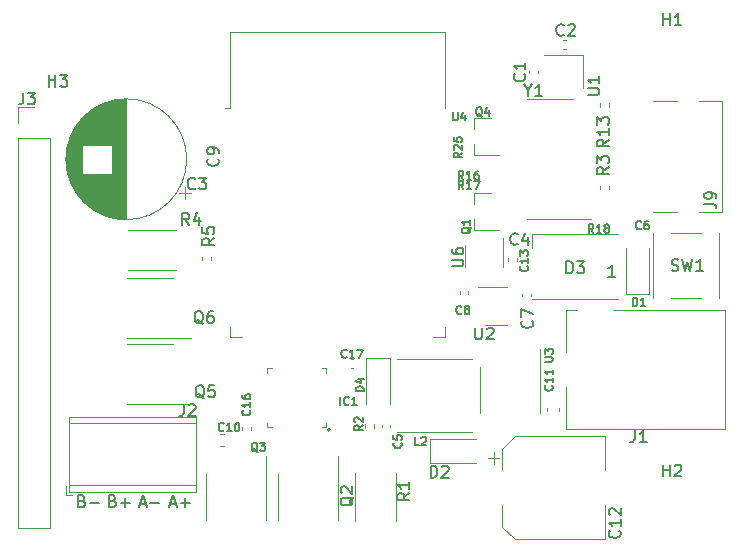
<source format=gto>
G04 #@! TF.GenerationSoftware,KiCad,Pcbnew,(5.1.9)-1*
G04 #@! TF.CreationDate,2021-10-31T11:32:37+00:00*
G04 #@! TF.ProjectId,stepper_driver,73746570-7065-4725-9f64-72697665722e,rev?*
G04 #@! TF.SameCoordinates,Original*
G04 #@! TF.FileFunction,Legend,Top*
G04 #@! TF.FilePolarity,Positive*
%FSLAX46Y46*%
G04 Gerber Fmt 4.6, Leading zero omitted, Abs format (unit mm)*
G04 Created by KiCad (PCBNEW (5.1.9)-1) date 2021-10-31 11:32:37*
%MOMM*%
%LPD*%
G01*
G04 APERTURE LIST*
%ADD10C,0.150000*%
%ADD11C,0.120000*%
%ADD12C,0.100000*%
%ADD13C,0.200000*%
G04 APERTURE END LIST*
D10*
X105852380Y-133328571D02*
X105995238Y-133376190D01*
X106042857Y-133423809D01*
X106090476Y-133519047D01*
X106090476Y-133661904D01*
X106042857Y-133757142D01*
X105995238Y-133804761D01*
X105900000Y-133852380D01*
X105519047Y-133852380D01*
X105519047Y-132852380D01*
X105852380Y-132852380D01*
X105947619Y-132900000D01*
X105995238Y-132947619D01*
X106042857Y-133042857D01*
X106042857Y-133138095D01*
X105995238Y-133233333D01*
X105947619Y-133280952D01*
X105852380Y-133328571D01*
X105519047Y-133328571D01*
X106519047Y-133471428D02*
X107280952Y-133471428D01*
X108452380Y-133328571D02*
X108595238Y-133376190D01*
X108642857Y-133423809D01*
X108690476Y-133519047D01*
X108690476Y-133661904D01*
X108642857Y-133757142D01*
X108595238Y-133804761D01*
X108500000Y-133852380D01*
X108119047Y-133852380D01*
X108119047Y-132852380D01*
X108452380Y-132852380D01*
X108547619Y-132900000D01*
X108595238Y-132947619D01*
X108642857Y-133042857D01*
X108642857Y-133138095D01*
X108595238Y-133233333D01*
X108547619Y-133280952D01*
X108452380Y-133328571D01*
X108119047Y-133328571D01*
X109119047Y-133471428D02*
X109880952Y-133471428D01*
X109500000Y-133852380D02*
X109500000Y-133090476D01*
X110742857Y-133566666D02*
X111219047Y-133566666D01*
X110647619Y-133852380D02*
X110980952Y-132852380D01*
X111314285Y-133852380D01*
X111647619Y-133471428D02*
X112409523Y-133471428D01*
X113322857Y-133566666D02*
X113799047Y-133566666D01*
X113227619Y-133852380D02*
X113560952Y-132852380D01*
X113894285Y-133852380D01*
X114227619Y-133471428D02*
X114989523Y-133471428D01*
X114608571Y-133852380D02*
X114608571Y-133090476D01*
D11*
X138560000Y-115592164D02*
X138560000Y-115807836D01*
X137840000Y-115592164D02*
X137840000Y-115807836D01*
X111600000Y-125160000D02*
X115050000Y-125160000D01*
X111600000Y-125160000D02*
X109650000Y-125160000D01*
X111600000Y-120040000D02*
X113550000Y-120040000D01*
X111600000Y-120040000D02*
X109650000Y-120040000D01*
X117840580Y-127690000D02*
X117559420Y-127690000D01*
X117840580Y-128710000D02*
X117559420Y-128710000D01*
X131240000Y-126892164D02*
X131240000Y-127107836D01*
X131960000Y-126892164D02*
X131960000Y-127107836D01*
X100470000Y-99970000D02*
X101800000Y-99970000D01*
X100470000Y-101300000D02*
X100470000Y-99970000D01*
X100470000Y-102570000D02*
X103130000Y-102570000D01*
X103130000Y-102570000D02*
X103130000Y-135650000D01*
X100470000Y-102570000D02*
X100470000Y-135650000D01*
X100470000Y-135650000D02*
X103130000Y-135650000D01*
X118366000Y-100087000D02*
X117986000Y-100087000D01*
X118366000Y-93667000D02*
X118366000Y-100087000D01*
X136606000Y-93667000D02*
X136606000Y-100087000D01*
X118366000Y-93667000D02*
X136606000Y-93667000D01*
X136606000Y-119412000D02*
X135606000Y-119412000D01*
X136606000Y-118632000D02*
X136606000Y-119412000D01*
X118366000Y-119412000D02*
X119366000Y-119412000D01*
X118366000Y-118632000D02*
X118366000Y-119412000D01*
X148250000Y-95600000D02*
X144950000Y-95600000D01*
X148250000Y-98400000D02*
X148250000Y-95600000D01*
X111600000Y-119560000D02*
X115050000Y-119560000D01*
X111600000Y-119560000D02*
X109650000Y-119560000D01*
X111600000Y-114440000D02*
X113550000Y-114440000D01*
X111600000Y-114440000D02*
X109650000Y-114440000D01*
X114579646Y-107775000D02*
X114579646Y-106775000D01*
X115079646Y-107275000D02*
X114079646Y-107275000D01*
X104519000Y-104999000D02*
X104519000Y-103801000D01*
X104559000Y-105262000D02*
X104559000Y-103538000D01*
X104599000Y-105462000D02*
X104599000Y-103338000D01*
X104639000Y-105630000D02*
X104639000Y-103170000D01*
X104679000Y-105778000D02*
X104679000Y-103022000D01*
X104719000Y-105910000D02*
X104719000Y-102890000D01*
X104759000Y-106030000D02*
X104759000Y-102770000D01*
X104799000Y-106142000D02*
X104799000Y-102658000D01*
X104839000Y-106246000D02*
X104839000Y-102554000D01*
X104879000Y-106344000D02*
X104879000Y-102456000D01*
X104919000Y-106437000D02*
X104919000Y-102363000D01*
X104959000Y-106525000D02*
X104959000Y-102275000D01*
X104999000Y-106609000D02*
X104999000Y-102191000D01*
X105039000Y-106689000D02*
X105039000Y-102111000D01*
X105079000Y-106765000D02*
X105079000Y-102035000D01*
X105119000Y-106839000D02*
X105119000Y-101961000D01*
X105159000Y-106910000D02*
X105159000Y-101890000D01*
X105199000Y-106979000D02*
X105199000Y-101821000D01*
X105239000Y-107045000D02*
X105239000Y-101755000D01*
X105279000Y-107109000D02*
X105279000Y-101691000D01*
X105319000Y-107170000D02*
X105319000Y-101630000D01*
X105359000Y-107230000D02*
X105359000Y-101570000D01*
X105399000Y-107289000D02*
X105399000Y-101511000D01*
X105439000Y-107345000D02*
X105439000Y-101455000D01*
X105479000Y-107400000D02*
X105479000Y-101400000D01*
X105519000Y-107454000D02*
X105519000Y-101346000D01*
X105559000Y-107506000D02*
X105559000Y-101294000D01*
X105599000Y-107556000D02*
X105599000Y-101244000D01*
X105639000Y-107606000D02*
X105639000Y-101194000D01*
X105679000Y-107654000D02*
X105679000Y-101146000D01*
X105719000Y-107701000D02*
X105719000Y-101099000D01*
X105759000Y-107747000D02*
X105759000Y-101053000D01*
X105799000Y-107792000D02*
X105799000Y-101008000D01*
X105839000Y-107836000D02*
X105839000Y-100964000D01*
X105879000Y-103159000D02*
X105879000Y-100922000D01*
X105879000Y-107878000D02*
X105879000Y-105641000D01*
X105919000Y-103159000D02*
X105919000Y-100880000D01*
X105919000Y-107920000D02*
X105919000Y-105641000D01*
X105959000Y-103159000D02*
X105959000Y-100839000D01*
X105959000Y-107961000D02*
X105959000Y-105641000D01*
X105999000Y-103159000D02*
X105999000Y-100799000D01*
X105999000Y-108001000D02*
X105999000Y-105641000D01*
X106039000Y-103159000D02*
X106039000Y-100760000D01*
X106039000Y-108040000D02*
X106039000Y-105641000D01*
X106079000Y-103159000D02*
X106079000Y-100721000D01*
X106079000Y-108079000D02*
X106079000Y-105641000D01*
X106119000Y-103159000D02*
X106119000Y-100684000D01*
X106119000Y-108116000D02*
X106119000Y-105641000D01*
X106159000Y-103159000D02*
X106159000Y-100647000D01*
X106159000Y-108153000D02*
X106159000Y-105641000D01*
X106199000Y-103159000D02*
X106199000Y-100611000D01*
X106199000Y-108189000D02*
X106199000Y-105641000D01*
X106239000Y-103159000D02*
X106239000Y-100576000D01*
X106239000Y-108224000D02*
X106239000Y-105641000D01*
X106279000Y-103159000D02*
X106279000Y-100542000D01*
X106279000Y-108258000D02*
X106279000Y-105641000D01*
X106319000Y-103159000D02*
X106319000Y-100508000D01*
X106319000Y-108292000D02*
X106319000Y-105641000D01*
X106359000Y-103159000D02*
X106359000Y-100475000D01*
X106359000Y-108325000D02*
X106359000Y-105641000D01*
X106399000Y-103159000D02*
X106399000Y-100443000D01*
X106399000Y-108357000D02*
X106399000Y-105641000D01*
X106439000Y-103159000D02*
X106439000Y-100411000D01*
X106439000Y-108389000D02*
X106439000Y-105641000D01*
X106479000Y-103159000D02*
X106479000Y-100380000D01*
X106479000Y-108420000D02*
X106479000Y-105641000D01*
X106519000Y-103159000D02*
X106519000Y-100350000D01*
X106519000Y-108450000D02*
X106519000Y-105641000D01*
X106559000Y-103159000D02*
X106559000Y-100320000D01*
X106559000Y-108480000D02*
X106559000Y-105641000D01*
X106599000Y-103159000D02*
X106599000Y-100290000D01*
X106599000Y-108510000D02*
X106599000Y-105641000D01*
X106639000Y-103159000D02*
X106639000Y-100262000D01*
X106639000Y-108538000D02*
X106639000Y-105641000D01*
X106679000Y-103159000D02*
X106679000Y-100234000D01*
X106679000Y-108566000D02*
X106679000Y-105641000D01*
X106719000Y-103159000D02*
X106719000Y-100206000D01*
X106719000Y-108594000D02*
X106719000Y-105641000D01*
X106759000Y-103159000D02*
X106759000Y-100179000D01*
X106759000Y-108621000D02*
X106759000Y-105641000D01*
X106799000Y-103159000D02*
X106799000Y-100153000D01*
X106799000Y-108647000D02*
X106799000Y-105641000D01*
X106839000Y-103159000D02*
X106839000Y-100127000D01*
X106839000Y-108673000D02*
X106839000Y-105641000D01*
X106879000Y-103159000D02*
X106879000Y-100102000D01*
X106879000Y-108698000D02*
X106879000Y-105641000D01*
X106919000Y-103159000D02*
X106919000Y-100077000D01*
X106919000Y-108723000D02*
X106919000Y-105641000D01*
X106959000Y-103159000D02*
X106959000Y-100053000D01*
X106959000Y-108747000D02*
X106959000Y-105641000D01*
X106999000Y-103159000D02*
X106999000Y-100029000D01*
X106999000Y-108771000D02*
X106999000Y-105641000D01*
X107039000Y-103159000D02*
X107039000Y-100005000D01*
X107039000Y-108795000D02*
X107039000Y-105641000D01*
X107079000Y-103159000D02*
X107079000Y-99983000D01*
X107079000Y-108817000D02*
X107079000Y-105641000D01*
X107119000Y-103159000D02*
X107119000Y-99960000D01*
X107119000Y-108840000D02*
X107119000Y-105641000D01*
X107159000Y-103159000D02*
X107159000Y-99938000D01*
X107159000Y-108862000D02*
X107159000Y-105641000D01*
X107199000Y-103159000D02*
X107199000Y-99917000D01*
X107199000Y-108883000D02*
X107199000Y-105641000D01*
X107239000Y-103159000D02*
X107239000Y-99896000D01*
X107239000Y-108904000D02*
X107239000Y-105641000D01*
X107279000Y-103159000D02*
X107279000Y-99875000D01*
X107279000Y-108925000D02*
X107279000Y-105641000D01*
X107319000Y-103159000D02*
X107319000Y-99855000D01*
X107319000Y-108945000D02*
X107319000Y-105641000D01*
X107359000Y-103159000D02*
X107359000Y-99836000D01*
X107359000Y-108964000D02*
X107359000Y-105641000D01*
X107399000Y-103159000D02*
X107399000Y-99816000D01*
X107399000Y-108984000D02*
X107399000Y-105641000D01*
X107439000Y-103159000D02*
X107439000Y-99797000D01*
X107439000Y-109003000D02*
X107439000Y-105641000D01*
X107479000Y-103159000D02*
X107479000Y-99779000D01*
X107479000Y-109021000D02*
X107479000Y-105641000D01*
X107519000Y-103159000D02*
X107519000Y-99761000D01*
X107519000Y-109039000D02*
X107519000Y-105641000D01*
X107559000Y-103159000D02*
X107559000Y-99743000D01*
X107559000Y-109057000D02*
X107559000Y-105641000D01*
X107599000Y-103159000D02*
X107599000Y-99726000D01*
X107599000Y-109074000D02*
X107599000Y-105641000D01*
X107639000Y-103159000D02*
X107639000Y-99710000D01*
X107639000Y-109090000D02*
X107639000Y-105641000D01*
X107679000Y-103159000D02*
X107679000Y-99693000D01*
X107679000Y-109107000D02*
X107679000Y-105641000D01*
X107719000Y-103159000D02*
X107719000Y-99677000D01*
X107719000Y-109123000D02*
X107719000Y-105641000D01*
X107759000Y-103159000D02*
X107759000Y-99662000D01*
X107759000Y-109138000D02*
X107759000Y-105641000D01*
X107799000Y-103159000D02*
X107799000Y-99646000D01*
X107799000Y-109154000D02*
X107799000Y-105641000D01*
X107839000Y-103159000D02*
X107839000Y-99632000D01*
X107839000Y-109168000D02*
X107839000Y-105641000D01*
X107879000Y-103159000D02*
X107879000Y-99617000D01*
X107879000Y-109183000D02*
X107879000Y-105641000D01*
X107919000Y-103159000D02*
X107919000Y-99603000D01*
X107919000Y-109197000D02*
X107919000Y-105641000D01*
X107959000Y-103159000D02*
X107959000Y-99589000D01*
X107959000Y-109211000D02*
X107959000Y-105641000D01*
X107999000Y-103159000D02*
X107999000Y-99576000D01*
X107999000Y-109224000D02*
X107999000Y-105641000D01*
X108039000Y-103159000D02*
X108039000Y-99563000D01*
X108039000Y-109237000D02*
X108039000Y-105641000D01*
X108079000Y-103159000D02*
X108079000Y-99550000D01*
X108079000Y-109250000D02*
X108079000Y-105641000D01*
X108119000Y-103159000D02*
X108119000Y-99538000D01*
X108119000Y-109262000D02*
X108119000Y-105641000D01*
X108159000Y-103159000D02*
X108159000Y-99526000D01*
X108159000Y-109274000D02*
X108159000Y-105641000D01*
X108199000Y-103159000D02*
X108199000Y-99515000D01*
X108199000Y-109285000D02*
X108199000Y-105641000D01*
X108239000Y-103159000D02*
X108239000Y-99503000D01*
X108239000Y-109297000D02*
X108239000Y-105641000D01*
X108279000Y-103159000D02*
X108279000Y-99493000D01*
X108279000Y-109307000D02*
X108279000Y-105641000D01*
X108319000Y-103159000D02*
X108319000Y-99482000D01*
X108319000Y-109318000D02*
X108319000Y-105641000D01*
X108359000Y-109328000D02*
X108359000Y-99472000D01*
X108399000Y-109338000D02*
X108399000Y-99462000D01*
X108439000Y-109347000D02*
X108439000Y-99453000D01*
X108479000Y-109356000D02*
X108479000Y-99444000D01*
X108519000Y-109365000D02*
X108519000Y-99435000D01*
X108559000Y-109374000D02*
X108559000Y-99426000D01*
X108599000Y-109382000D02*
X108599000Y-99418000D01*
X108639000Y-109390000D02*
X108639000Y-99410000D01*
X108679000Y-109397000D02*
X108679000Y-99403000D01*
X108719000Y-109404000D02*
X108719000Y-99396000D01*
X108759000Y-109411000D02*
X108759000Y-99389000D01*
X108799000Y-109418000D02*
X108799000Y-99382000D01*
X108839000Y-109424000D02*
X108839000Y-99376000D01*
X108879000Y-109430000D02*
X108879000Y-99370000D01*
X108920000Y-109435000D02*
X108920000Y-99365000D01*
X108960000Y-109440000D02*
X108960000Y-99360000D01*
X109000000Y-109445000D02*
X109000000Y-99355000D01*
X109040000Y-109450000D02*
X109040000Y-99350000D01*
X109080000Y-109454000D02*
X109080000Y-99346000D01*
X109120000Y-109458000D02*
X109120000Y-99342000D01*
X109160000Y-109462000D02*
X109160000Y-99338000D01*
X109200000Y-109465000D02*
X109200000Y-99335000D01*
X109240000Y-109468000D02*
X109240000Y-99332000D01*
X109280000Y-109470000D02*
X109280000Y-99330000D01*
X109320000Y-109473000D02*
X109320000Y-99327000D01*
X109360000Y-109475000D02*
X109360000Y-99325000D01*
X109400000Y-109477000D02*
X109400000Y-99323000D01*
X109440000Y-109478000D02*
X109440000Y-99322000D01*
X109480000Y-109479000D02*
X109480000Y-99321000D01*
X109520000Y-109480000D02*
X109520000Y-99320000D01*
X109560000Y-109480000D02*
X109560000Y-99320000D01*
X109600000Y-109480000D02*
X109600000Y-99320000D01*
X114720000Y-104400000D02*
G75*
G03*
X114720000Y-104400000I-5120000J0D01*
G01*
X116020000Y-112646359D02*
X116020000Y-112953641D01*
X116780000Y-112646359D02*
X116780000Y-112953641D01*
X113852064Y-110390000D02*
X109747936Y-110390000D01*
X113852064Y-113810000D02*
X109747936Y-113810000D01*
X130580000Y-127153641D02*
X130580000Y-126846359D01*
X129820000Y-127153641D02*
X129820000Y-126846359D01*
X128990000Y-130947936D02*
X128990000Y-135052064D01*
X132410000Y-130947936D02*
X132410000Y-135052064D01*
X121460000Y-133000000D02*
X121460000Y-129550000D01*
X121460000Y-133000000D02*
X121460000Y-134950000D01*
X116340000Y-133000000D02*
X116340000Y-131050000D01*
X116340000Y-133000000D02*
X116340000Y-134950000D01*
X104500000Y-132800000D02*
X105000000Y-132800000D01*
X104500000Y-132060000D02*
X104500000Y-132800000D01*
X115480000Y-126240000D02*
X115480000Y-132560000D01*
X104740000Y-126240000D02*
X104740000Y-132560000D01*
X104740000Y-132560000D02*
X115480000Y-132560000D01*
X104740000Y-126240000D02*
X115480000Y-126240000D01*
X104740000Y-126700000D02*
X115480000Y-126700000D01*
X104740000Y-132000000D02*
X115480000Y-132000000D01*
X131900000Y-121250000D02*
X131900000Y-125150000D01*
X129900000Y-121250000D02*
X129900000Y-125150000D01*
X131900000Y-121250000D02*
X129900000Y-121250000D01*
X151900000Y-115850000D02*
X151900000Y-111950000D01*
X153900000Y-115850000D02*
X153900000Y-111950000D01*
X151900000Y-115850000D02*
X153900000Y-115850000D01*
X141800000Y-115190000D02*
X139350000Y-115190000D01*
X140000000Y-118410000D02*
X141800000Y-118410000D01*
X143140000Y-115772164D02*
X143140000Y-115987836D01*
X143860000Y-115772164D02*
X143860000Y-115987836D01*
X138850000Y-121300000D02*
X132550000Y-121300000D01*
X138850000Y-127500000D02*
X132550000Y-127500000D01*
X127560000Y-133000000D02*
X127560000Y-129550000D01*
X127560000Y-133000000D02*
X127560000Y-134950000D01*
X122440000Y-133000000D02*
X122440000Y-131050000D01*
X122440000Y-133000000D02*
X122440000Y-134950000D01*
D12*
X126135000Y-122100000D02*
X126535000Y-122100000D01*
X121535000Y-122100000D02*
X121935000Y-122100000D01*
X121935000Y-127100000D02*
X121535000Y-127100000D01*
X126535000Y-127100000D02*
X126535000Y-126700000D01*
D13*
X126835000Y-127300000D02*
G75*
G03*
X126835000Y-127300000I-100000J0D01*
G01*
D12*
X126535000Y-122100000D02*
X126535000Y-122500000D01*
X121535000Y-122100000D02*
X121535000Y-122500000D01*
X121535000Y-126700000D02*
X121535000Y-127100000D01*
X126535000Y-127100000D02*
X126135000Y-127100000D01*
D11*
X128592164Y-122060000D02*
X128807836Y-122060000D01*
X128592164Y-121340000D02*
X128807836Y-121340000D01*
X120160000Y-127307836D02*
X120160000Y-127092164D01*
X119440000Y-127307836D02*
X119440000Y-127092164D01*
X150800000Y-117200000D02*
X160300000Y-117200000D01*
X146800000Y-117200000D02*
X147800000Y-117200000D01*
X146800000Y-120700000D02*
X146800000Y-117200000D01*
X146800000Y-127200000D02*
X146800000Y-123700000D01*
X160300000Y-127200000D02*
X146800000Y-127200000D01*
X160300000Y-127200000D02*
X160300000Y-117200000D01*
X142660000Y-113007836D02*
X142660000Y-112792164D01*
X141940000Y-113007836D02*
X141940000Y-112792164D01*
X141510000Y-113500000D02*
X141510000Y-111050000D01*
X138290000Y-111700000D02*
X138290000Y-113500000D01*
X143950000Y-110750000D02*
X143950000Y-111900000D01*
X151250000Y-110750000D02*
X143950000Y-110750000D01*
X151250000Y-116250000D02*
X143950000Y-116250000D01*
X140700000Y-129190000D02*
X140700000Y-130190000D01*
X140200000Y-129690000D02*
X141200000Y-129690000D01*
X141440000Y-135495563D02*
X142504437Y-136560000D01*
X141440000Y-128904437D02*
X142504437Y-127840000D01*
X141440000Y-128904437D02*
X141440000Y-130690000D01*
X141440000Y-135495563D02*
X141440000Y-133710000D01*
X142504437Y-136560000D02*
X150160000Y-136560000D01*
X142504437Y-127840000D02*
X150160000Y-127840000D01*
X150160000Y-127840000D02*
X150160000Y-130690000D01*
X150160000Y-136560000D02*
X150160000Y-133710000D01*
X144460000Y-97107836D02*
X144460000Y-96892164D01*
X143740000Y-97107836D02*
X143740000Y-96892164D01*
X146807836Y-94340000D02*
X146592164Y-94340000D01*
X146807836Y-95060000D02*
X146592164Y-95060000D01*
X145190000Y-125459420D02*
X145190000Y-125740580D01*
X146210000Y-125459420D02*
X146210000Y-125740580D01*
X145500000Y-109460000D02*
X148950000Y-109460000D01*
X145500000Y-109460000D02*
X143550000Y-109460000D01*
X145500000Y-99340000D02*
X147450000Y-99340000D01*
X145500000Y-99340000D02*
X143550000Y-99340000D01*
X144660000Y-123900000D02*
X144660000Y-120450000D01*
X144660000Y-123900000D02*
X144660000Y-125850000D01*
X139540000Y-123900000D02*
X139540000Y-121950000D01*
X139540000Y-123900000D02*
X139540000Y-125850000D01*
X135350000Y-128100000D02*
X139250000Y-128100000D01*
X135350000Y-130100000D02*
X139250000Y-130100000D01*
X135350000Y-128100000D02*
X135350000Y-130100000D01*
X158100000Y-108902000D02*
X160000000Y-108902000D01*
X154200000Y-108902000D02*
X156200000Y-108902000D01*
X158100000Y-99502000D02*
X160000000Y-99502000D01*
X154200000Y-99502000D02*
X156200000Y-99502000D01*
X160000000Y-108902000D02*
X160000000Y-99502000D01*
X149720000Y-99953641D02*
X149720000Y-99646359D01*
X150480000Y-99953641D02*
X150480000Y-99646359D01*
X150480000Y-106646359D02*
X150480000Y-106953641D01*
X149720000Y-106646359D02*
X149720000Y-106953641D01*
X159780000Y-116180000D02*
X159780000Y-110620000D01*
X155700000Y-116180000D02*
X158300000Y-116180000D01*
X154220000Y-116180000D02*
X154220000Y-110620000D01*
X155700000Y-110620000D02*
X158300000Y-110620000D01*
X139040000Y-100920000D02*
X140500000Y-100920000D01*
X139040000Y-104080000D02*
X141200000Y-104080000D01*
X139040000Y-104080000D02*
X139040000Y-103150000D01*
X139040000Y-100920000D02*
X139040000Y-101850000D01*
X139040000Y-107220000D02*
X140500000Y-107220000D01*
X139040000Y-110380000D02*
X141200000Y-110380000D01*
X139040000Y-110380000D02*
X139040000Y-109450000D01*
X139040000Y-107220000D02*
X139040000Y-108150000D01*
D10*
X137983333Y-117450000D02*
X137950000Y-117483333D01*
X137850000Y-117516666D01*
X137783333Y-117516666D01*
X137683333Y-117483333D01*
X137616666Y-117416666D01*
X137583333Y-117350000D01*
X137550000Y-117216666D01*
X137550000Y-117116666D01*
X137583333Y-116983333D01*
X137616666Y-116916666D01*
X137683333Y-116850000D01*
X137783333Y-116816666D01*
X137850000Y-116816666D01*
X137950000Y-116850000D01*
X137983333Y-116883333D01*
X138383333Y-117116666D02*
X138316666Y-117083333D01*
X138283333Y-117050000D01*
X138250000Y-116983333D01*
X138250000Y-116950000D01*
X138283333Y-116883333D01*
X138316666Y-116850000D01*
X138383333Y-116816666D01*
X138516666Y-116816666D01*
X138583333Y-116850000D01*
X138616666Y-116883333D01*
X138650000Y-116950000D01*
X138650000Y-116983333D01*
X138616666Y-117050000D01*
X138583333Y-117083333D01*
X138516666Y-117116666D01*
X138383333Y-117116666D01*
X138316666Y-117150000D01*
X138283333Y-117183333D01*
X138250000Y-117250000D01*
X138250000Y-117383333D01*
X138283333Y-117450000D01*
X138316666Y-117483333D01*
X138383333Y-117516666D01*
X138516666Y-117516666D01*
X138583333Y-117483333D01*
X138616666Y-117450000D01*
X138650000Y-117383333D01*
X138650000Y-117250000D01*
X138616666Y-117183333D01*
X138583333Y-117150000D01*
X138516666Y-117116666D01*
X116204761Y-124647619D02*
X116109523Y-124600000D01*
X116014285Y-124504761D01*
X115871428Y-124361904D01*
X115776190Y-124314285D01*
X115680952Y-124314285D01*
X115728571Y-124552380D02*
X115633333Y-124504761D01*
X115538095Y-124409523D01*
X115490476Y-124219047D01*
X115490476Y-123885714D01*
X115538095Y-123695238D01*
X115633333Y-123600000D01*
X115728571Y-123552380D01*
X115919047Y-123552380D01*
X116014285Y-123600000D01*
X116109523Y-123695238D01*
X116157142Y-123885714D01*
X116157142Y-124219047D01*
X116109523Y-124409523D01*
X116014285Y-124504761D01*
X115919047Y-124552380D01*
X115728571Y-124552380D01*
X117061904Y-123552380D02*
X116585714Y-123552380D01*
X116538095Y-124028571D01*
X116585714Y-123980952D01*
X116680952Y-123933333D01*
X116919047Y-123933333D01*
X117014285Y-123980952D01*
X117061904Y-124028571D01*
X117109523Y-124123809D01*
X117109523Y-124361904D01*
X117061904Y-124457142D01*
X117014285Y-124504761D01*
X116919047Y-124552380D01*
X116680952Y-124552380D01*
X116585714Y-124504761D01*
X116538095Y-124457142D01*
X117850000Y-127350000D02*
X117816666Y-127383333D01*
X117716666Y-127416666D01*
X117650000Y-127416666D01*
X117550000Y-127383333D01*
X117483333Y-127316666D01*
X117450000Y-127250000D01*
X117416666Y-127116666D01*
X117416666Y-127016666D01*
X117450000Y-126883333D01*
X117483333Y-126816666D01*
X117550000Y-126750000D01*
X117650000Y-126716666D01*
X117716666Y-126716666D01*
X117816666Y-126750000D01*
X117850000Y-126783333D01*
X118516666Y-127416666D02*
X118116666Y-127416666D01*
X118316666Y-127416666D02*
X118316666Y-126716666D01*
X118250000Y-126816666D01*
X118183333Y-126883333D01*
X118116666Y-126916666D01*
X118950000Y-126716666D02*
X119016666Y-126716666D01*
X119083333Y-126750000D01*
X119116666Y-126783333D01*
X119150000Y-126850000D01*
X119183333Y-126983333D01*
X119183333Y-127150000D01*
X119150000Y-127283333D01*
X119116666Y-127350000D01*
X119083333Y-127383333D01*
X119016666Y-127416666D01*
X118950000Y-127416666D01*
X118883333Y-127383333D01*
X118850000Y-127350000D01*
X118816666Y-127283333D01*
X118783333Y-127150000D01*
X118783333Y-126983333D01*
X118816666Y-126850000D01*
X118850000Y-126783333D01*
X118883333Y-126750000D01*
X118950000Y-126716666D01*
X132850000Y-128416666D02*
X132883333Y-128450000D01*
X132916666Y-128550000D01*
X132916666Y-128616666D01*
X132883333Y-128716666D01*
X132816666Y-128783333D01*
X132750000Y-128816666D01*
X132616666Y-128850000D01*
X132516666Y-128850000D01*
X132383333Y-128816666D01*
X132316666Y-128783333D01*
X132250000Y-128716666D01*
X132216666Y-128616666D01*
X132216666Y-128550000D01*
X132250000Y-128450000D01*
X132283333Y-128416666D01*
X132216666Y-127783333D02*
X132216666Y-128116666D01*
X132550000Y-128150000D01*
X132516666Y-128116666D01*
X132483333Y-128050000D01*
X132483333Y-127883333D01*
X132516666Y-127816666D01*
X132550000Y-127783333D01*
X132616666Y-127750000D01*
X132783333Y-127750000D01*
X132850000Y-127783333D01*
X132883333Y-127816666D01*
X132916666Y-127883333D01*
X132916666Y-128050000D01*
X132883333Y-128116666D01*
X132850000Y-128150000D01*
X100866666Y-98752380D02*
X100866666Y-99466666D01*
X100819047Y-99609523D01*
X100723809Y-99704761D01*
X100580952Y-99752380D01*
X100485714Y-99752380D01*
X101247619Y-98752380D02*
X101866666Y-98752380D01*
X101533333Y-99133333D01*
X101676190Y-99133333D01*
X101771428Y-99180952D01*
X101819047Y-99228571D01*
X101866666Y-99323809D01*
X101866666Y-99561904D01*
X101819047Y-99657142D01*
X101771428Y-99704761D01*
X101676190Y-99752380D01*
X101390476Y-99752380D01*
X101295238Y-99704761D01*
X101247619Y-99657142D01*
X137266666Y-100416666D02*
X137266666Y-100983333D01*
X137300000Y-101050000D01*
X137333333Y-101083333D01*
X137400000Y-101116666D01*
X137533333Y-101116666D01*
X137600000Y-101083333D01*
X137633333Y-101050000D01*
X137666666Y-100983333D01*
X137666666Y-100416666D01*
X138300000Y-100650000D02*
X138300000Y-101116666D01*
X138133333Y-100383333D02*
X137966666Y-100883333D01*
X138400000Y-100883333D01*
X143623809Y-98576190D02*
X143623809Y-99052380D01*
X143290476Y-98052380D02*
X143623809Y-98576190D01*
X143957142Y-98052380D01*
X144814285Y-99052380D02*
X144242857Y-99052380D01*
X144528571Y-99052380D02*
X144528571Y-98052380D01*
X144433333Y-98195238D01*
X144338095Y-98290476D01*
X144242857Y-98338095D01*
X116104761Y-118347619D02*
X116009523Y-118300000D01*
X115914285Y-118204761D01*
X115771428Y-118061904D01*
X115676190Y-118014285D01*
X115580952Y-118014285D01*
X115628571Y-118252380D02*
X115533333Y-118204761D01*
X115438095Y-118109523D01*
X115390476Y-117919047D01*
X115390476Y-117585714D01*
X115438095Y-117395238D01*
X115533333Y-117300000D01*
X115628571Y-117252380D01*
X115819047Y-117252380D01*
X115914285Y-117300000D01*
X116009523Y-117395238D01*
X116057142Y-117585714D01*
X116057142Y-117919047D01*
X116009523Y-118109523D01*
X115914285Y-118204761D01*
X115819047Y-118252380D01*
X115628571Y-118252380D01*
X116914285Y-117252380D02*
X116723809Y-117252380D01*
X116628571Y-117300000D01*
X116580952Y-117347619D01*
X116485714Y-117490476D01*
X116438095Y-117680952D01*
X116438095Y-118061904D01*
X116485714Y-118157142D01*
X116533333Y-118204761D01*
X116628571Y-118252380D01*
X116819047Y-118252380D01*
X116914285Y-118204761D01*
X116961904Y-118157142D01*
X117009523Y-118061904D01*
X117009523Y-117823809D01*
X116961904Y-117728571D01*
X116914285Y-117680952D01*
X116819047Y-117633333D01*
X116628571Y-117633333D01*
X116533333Y-117680952D01*
X116485714Y-117728571D01*
X116438095Y-117823809D01*
X115433333Y-106857142D02*
X115385714Y-106904761D01*
X115242857Y-106952380D01*
X115147619Y-106952380D01*
X115004761Y-106904761D01*
X114909523Y-106809523D01*
X114861904Y-106714285D01*
X114814285Y-106523809D01*
X114814285Y-106380952D01*
X114861904Y-106190476D01*
X114909523Y-106095238D01*
X115004761Y-106000000D01*
X115147619Y-105952380D01*
X115242857Y-105952380D01*
X115385714Y-106000000D01*
X115433333Y-106047619D01*
X115766666Y-105952380D02*
X116385714Y-105952380D01*
X116052380Y-106333333D01*
X116195238Y-106333333D01*
X116290476Y-106380952D01*
X116338095Y-106428571D01*
X116385714Y-106523809D01*
X116385714Y-106761904D01*
X116338095Y-106857142D01*
X116290476Y-106904761D01*
X116195238Y-106952380D01*
X115909523Y-106952380D01*
X115814285Y-106904761D01*
X115766666Y-106857142D01*
X117052380Y-111066666D02*
X116576190Y-111400000D01*
X117052380Y-111638095D02*
X116052380Y-111638095D01*
X116052380Y-111257142D01*
X116100000Y-111161904D01*
X116147619Y-111114285D01*
X116242857Y-111066666D01*
X116385714Y-111066666D01*
X116480952Y-111114285D01*
X116528571Y-111161904D01*
X116576190Y-111257142D01*
X116576190Y-111638095D01*
X116052380Y-110161904D02*
X116052380Y-110638095D01*
X116528571Y-110685714D01*
X116480952Y-110638095D01*
X116433333Y-110542857D01*
X116433333Y-110304761D01*
X116480952Y-110209523D01*
X116528571Y-110161904D01*
X116623809Y-110114285D01*
X116861904Y-110114285D01*
X116957142Y-110161904D01*
X117004761Y-110209523D01*
X117052380Y-110304761D01*
X117052380Y-110542857D01*
X117004761Y-110638095D01*
X116957142Y-110685714D01*
X114933333Y-109952380D02*
X114600000Y-109476190D01*
X114361904Y-109952380D02*
X114361904Y-108952380D01*
X114742857Y-108952380D01*
X114838095Y-109000000D01*
X114885714Y-109047619D01*
X114933333Y-109142857D01*
X114933333Y-109285714D01*
X114885714Y-109380952D01*
X114838095Y-109428571D01*
X114742857Y-109476190D01*
X114361904Y-109476190D01*
X115790476Y-109285714D02*
X115790476Y-109952380D01*
X115552380Y-108904761D02*
X115314285Y-109619047D01*
X115933333Y-109619047D01*
X129616666Y-126916666D02*
X129283333Y-127150000D01*
X129616666Y-127316666D02*
X128916666Y-127316666D01*
X128916666Y-127050000D01*
X128950000Y-126983333D01*
X128983333Y-126950000D01*
X129050000Y-126916666D01*
X129150000Y-126916666D01*
X129216666Y-126950000D01*
X129250000Y-126983333D01*
X129283333Y-127050000D01*
X129283333Y-127316666D01*
X128983333Y-126650000D02*
X128950000Y-126616666D01*
X128916666Y-126550000D01*
X128916666Y-126383333D01*
X128950000Y-126316666D01*
X128983333Y-126283333D01*
X129050000Y-126250000D01*
X129116666Y-126250000D01*
X129216666Y-126283333D01*
X129616666Y-126683333D01*
X129616666Y-126250000D01*
X133552380Y-132666666D02*
X133076190Y-133000000D01*
X133552380Y-133238095D02*
X132552380Y-133238095D01*
X132552380Y-132857142D01*
X132600000Y-132761904D01*
X132647619Y-132714285D01*
X132742857Y-132666666D01*
X132885714Y-132666666D01*
X132980952Y-132714285D01*
X133028571Y-132761904D01*
X133076190Y-132857142D01*
X133076190Y-133238095D01*
X133552380Y-131714285D02*
X133552380Y-132285714D01*
X133552380Y-132000000D02*
X132552380Y-132000000D01*
X132695238Y-132095238D01*
X132790476Y-132190476D01*
X132838095Y-132285714D01*
X120733333Y-129183333D02*
X120666666Y-129150000D01*
X120600000Y-129083333D01*
X120500000Y-128983333D01*
X120433333Y-128950000D01*
X120366666Y-128950000D01*
X120400000Y-129116666D02*
X120333333Y-129083333D01*
X120266666Y-129016666D01*
X120233333Y-128883333D01*
X120233333Y-128650000D01*
X120266666Y-128516666D01*
X120333333Y-128450000D01*
X120400000Y-128416666D01*
X120533333Y-128416666D01*
X120600000Y-128450000D01*
X120666666Y-128516666D01*
X120700000Y-128650000D01*
X120700000Y-128883333D01*
X120666666Y-129016666D01*
X120600000Y-129083333D01*
X120533333Y-129116666D01*
X120400000Y-129116666D01*
X120933333Y-128416666D02*
X121366666Y-128416666D01*
X121133333Y-128683333D01*
X121233333Y-128683333D01*
X121300000Y-128716666D01*
X121333333Y-128750000D01*
X121366666Y-128816666D01*
X121366666Y-128983333D01*
X121333333Y-129050000D01*
X121300000Y-129083333D01*
X121233333Y-129116666D01*
X121033333Y-129116666D01*
X120966666Y-129083333D01*
X120933333Y-129050000D01*
X114466666Y-125152380D02*
X114466666Y-125866666D01*
X114419047Y-126009523D01*
X114323809Y-126104761D01*
X114180952Y-126152380D01*
X114085714Y-126152380D01*
X114895238Y-125247619D02*
X114942857Y-125200000D01*
X115038095Y-125152380D01*
X115276190Y-125152380D01*
X115371428Y-125200000D01*
X115419047Y-125247619D01*
X115466666Y-125342857D01*
X115466666Y-125438095D01*
X115419047Y-125580952D01*
X114847619Y-126152380D01*
X115466666Y-126152380D01*
X129716666Y-124016666D02*
X129016666Y-124016666D01*
X129016666Y-123850000D01*
X129050000Y-123750000D01*
X129116666Y-123683333D01*
X129183333Y-123650000D01*
X129316666Y-123616666D01*
X129416666Y-123616666D01*
X129550000Y-123650000D01*
X129616666Y-123683333D01*
X129683333Y-123750000D01*
X129716666Y-123850000D01*
X129716666Y-124016666D01*
X129250000Y-123016666D02*
X129716666Y-123016666D01*
X128983333Y-123183333D02*
X129483333Y-123350000D01*
X129483333Y-122916666D01*
X152483333Y-116816666D02*
X152483333Y-116116666D01*
X152650000Y-116116666D01*
X152750000Y-116150000D01*
X152816666Y-116216666D01*
X152850000Y-116283333D01*
X152883333Y-116416666D01*
X152883333Y-116516666D01*
X152850000Y-116650000D01*
X152816666Y-116716666D01*
X152750000Y-116783333D01*
X152650000Y-116816666D01*
X152483333Y-116816666D01*
X153550000Y-116816666D02*
X153150000Y-116816666D01*
X153350000Y-116816666D02*
X153350000Y-116116666D01*
X153283333Y-116216666D01*
X153216666Y-116283333D01*
X153150000Y-116316666D01*
X139138095Y-118652380D02*
X139138095Y-119461904D01*
X139185714Y-119557142D01*
X139233333Y-119604761D01*
X139328571Y-119652380D01*
X139519047Y-119652380D01*
X139614285Y-119604761D01*
X139661904Y-119557142D01*
X139709523Y-119461904D01*
X139709523Y-118652380D01*
X140138095Y-118747619D02*
X140185714Y-118700000D01*
X140280952Y-118652380D01*
X140519047Y-118652380D01*
X140614285Y-118700000D01*
X140661904Y-118747619D01*
X140709523Y-118842857D01*
X140709523Y-118938095D01*
X140661904Y-119080952D01*
X140090476Y-119652380D01*
X140709523Y-119652380D01*
X143957142Y-118066666D02*
X144004761Y-118114285D01*
X144052380Y-118257142D01*
X144052380Y-118352380D01*
X144004761Y-118495238D01*
X143909523Y-118590476D01*
X143814285Y-118638095D01*
X143623809Y-118685714D01*
X143480952Y-118685714D01*
X143290476Y-118638095D01*
X143195238Y-118590476D01*
X143100000Y-118495238D01*
X143052380Y-118352380D01*
X143052380Y-118257142D01*
X143100000Y-118114285D01*
X143147619Y-118066666D01*
X143052380Y-117733333D02*
X143052380Y-117066666D01*
X144052380Y-117495238D01*
X134383333Y-128616666D02*
X134050000Y-128616666D01*
X134050000Y-127916666D01*
X134583333Y-127983333D02*
X134616666Y-127950000D01*
X134683333Y-127916666D01*
X134850000Y-127916666D01*
X134916666Y-127950000D01*
X134950000Y-127983333D01*
X134983333Y-128050000D01*
X134983333Y-128116666D01*
X134950000Y-128216666D01*
X134550000Y-128616666D01*
X134983333Y-128616666D01*
X128847619Y-132995238D02*
X128800000Y-133090476D01*
X128704761Y-133185714D01*
X128561904Y-133328571D01*
X128514285Y-133423809D01*
X128514285Y-133519047D01*
X128752380Y-133471428D02*
X128704761Y-133566666D01*
X128609523Y-133661904D01*
X128419047Y-133709523D01*
X128085714Y-133709523D01*
X127895238Y-133661904D01*
X127800000Y-133566666D01*
X127752380Y-133471428D01*
X127752380Y-133280952D01*
X127800000Y-133185714D01*
X127895238Y-133090476D01*
X128085714Y-133042857D01*
X128419047Y-133042857D01*
X128609523Y-133090476D01*
X128704761Y-133185714D01*
X128752380Y-133280952D01*
X128752380Y-133471428D01*
X127847619Y-132661904D02*
X127800000Y-132614285D01*
X127752380Y-132519047D01*
X127752380Y-132280952D01*
X127800000Y-132185714D01*
X127847619Y-132138095D01*
X127942857Y-132090476D01*
X128038095Y-132090476D01*
X128180952Y-132138095D01*
X128752380Y-132709523D01*
X128752380Y-132090476D01*
X127716666Y-125216666D02*
X127716666Y-124516666D01*
X128450000Y-125150000D02*
X128416666Y-125183333D01*
X128316666Y-125216666D01*
X128250000Y-125216666D01*
X128150000Y-125183333D01*
X128083333Y-125116666D01*
X128050000Y-125050000D01*
X128016666Y-124916666D01*
X128016666Y-124816666D01*
X128050000Y-124683333D01*
X128083333Y-124616666D01*
X128150000Y-124550000D01*
X128250000Y-124516666D01*
X128316666Y-124516666D01*
X128416666Y-124550000D01*
X128450000Y-124583333D01*
X129116666Y-125216666D02*
X128716666Y-125216666D01*
X128916666Y-125216666D02*
X128916666Y-124516666D01*
X128850000Y-124616666D01*
X128783333Y-124683333D01*
X128716666Y-124716666D01*
X128250000Y-121150000D02*
X128216666Y-121183333D01*
X128116666Y-121216666D01*
X128050000Y-121216666D01*
X127950000Y-121183333D01*
X127883333Y-121116666D01*
X127850000Y-121050000D01*
X127816666Y-120916666D01*
X127816666Y-120816666D01*
X127850000Y-120683333D01*
X127883333Y-120616666D01*
X127950000Y-120550000D01*
X128050000Y-120516666D01*
X128116666Y-120516666D01*
X128216666Y-120550000D01*
X128250000Y-120583333D01*
X128916666Y-121216666D02*
X128516666Y-121216666D01*
X128716666Y-121216666D02*
X128716666Y-120516666D01*
X128650000Y-120616666D01*
X128583333Y-120683333D01*
X128516666Y-120716666D01*
X129150000Y-120516666D02*
X129616666Y-120516666D01*
X129316666Y-121216666D01*
X120050000Y-125650000D02*
X120083333Y-125683333D01*
X120116666Y-125783333D01*
X120116666Y-125850000D01*
X120083333Y-125950000D01*
X120016666Y-126016666D01*
X119950000Y-126050000D01*
X119816666Y-126083333D01*
X119716666Y-126083333D01*
X119583333Y-126050000D01*
X119516666Y-126016666D01*
X119450000Y-125950000D01*
X119416666Y-125850000D01*
X119416666Y-125783333D01*
X119450000Y-125683333D01*
X119483333Y-125650000D01*
X120116666Y-124983333D02*
X120116666Y-125383333D01*
X120116666Y-125183333D02*
X119416666Y-125183333D01*
X119516666Y-125250000D01*
X119583333Y-125316666D01*
X119616666Y-125383333D01*
X119416666Y-124383333D02*
X119416666Y-124516666D01*
X119450000Y-124583333D01*
X119483333Y-124616666D01*
X119583333Y-124683333D01*
X119716666Y-124716666D01*
X119983333Y-124716666D01*
X120050000Y-124683333D01*
X120083333Y-124650000D01*
X120116666Y-124583333D01*
X120116666Y-124450000D01*
X120083333Y-124383333D01*
X120050000Y-124350000D01*
X119983333Y-124316666D01*
X119816666Y-124316666D01*
X119750000Y-124350000D01*
X119716666Y-124383333D01*
X119683333Y-124450000D01*
X119683333Y-124583333D01*
X119716666Y-124650000D01*
X119750000Y-124683333D01*
X119816666Y-124716666D01*
X152666666Y-127352380D02*
X152666666Y-128066666D01*
X152619047Y-128209523D01*
X152523809Y-128304761D01*
X152380952Y-128352380D01*
X152285714Y-128352380D01*
X153666666Y-128352380D02*
X153095238Y-128352380D01*
X153380952Y-128352380D02*
X153380952Y-127352380D01*
X153285714Y-127495238D01*
X153190476Y-127590476D01*
X153095238Y-127638095D01*
X143550000Y-113450000D02*
X143583333Y-113483333D01*
X143616666Y-113583333D01*
X143616666Y-113650000D01*
X143583333Y-113750000D01*
X143516666Y-113816666D01*
X143450000Y-113850000D01*
X143316666Y-113883333D01*
X143216666Y-113883333D01*
X143083333Y-113850000D01*
X143016666Y-113816666D01*
X142950000Y-113750000D01*
X142916666Y-113650000D01*
X142916666Y-113583333D01*
X142950000Y-113483333D01*
X142983333Y-113450000D01*
X143616666Y-112783333D02*
X143616666Y-113183333D01*
X143616666Y-112983333D02*
X142916666Y-112983333D01*
X143016666Y-113050000D01*
X143083333Y-113116666D01*
X143116666Y-113183333D01*
X142916666Y-112550000D02*
X142916666Y-112116666D01*
X143183333Y-112350000D01*
X143183333Y-112250000D01*
X143216666Y-112183333D01*
X143250000Y-112150000D01*
X143316666Y-112116666D01*
X143483333Y-112116666D01*
X143550000Y-112150000D01*
X143583333Y-112183333D01*
X143616666Y-112250000D01*
X143616666Y-112450000D01*
X143583333Y-112516666D01*
X143550000Y-112550000D01*
X137152380Y-113461904D02*
X137961904Y-113461904D01*
X138057142Y-113414285D01*
X138104761Y-113366666D01*
X138152380Y-113271428D01*
X138152380Y-113080952D01*
X138104761Y-112985714D01*
X138057142Y-112938095D01*
X137961904Y-112890476D01*
X137152380Y-112890476D01*
X137152380Y-111985714D02*
X137152380Y-112176190D01*
X137200000Y-112271428D01*
X137247619Y-112319047D01*
X137390476Y-112414285D01*
X137580952Y-112461904D01*
X137961904Y-112461904D01*
X138057142Y-112414285D01*
X138104761Y-112366666D01*
X138152380Y-112271428D01*
X138152380Y-112080952D01*
X138104761Y-111985714D01*
X138057142Y-111938095D01*
X137961904Y-111890476D01*
X137723809Y-111890476D01*
X137628571Y-111938095D01*
X137580952Y-111985714D01*
X137533333Y-112080952D01*
X137533333Y-112271428D01*
X137580952Y-112366666D01*
X137628571Y-112414285D01*
X137723809Y-112461904D01*
X146861904Y-114052380D02*
X146861904Y-113052380D01*
X147100000Y-113052380D01*
X147242857Y-113100000D01*
X147338095Y-113195238D01*
X147385714Y-113290476D01*
X147433333Y-113480952D01*
X147433333Y-113623809D01*
X147385714Y-113814285D01*
X147338095Y-113909523D01*
X147242857Y-114004761D01*
X147100000Y-114052380D01*
X146861904Y-114052380D01*
X147766666Y-113052380D02*
X148385714Y-113052380D01*
X148052380Y-113433333D01*
X148195238Y-113433333D01*
X148290476Y-113480952D01*
X148338095Y-113528571D01*
X148385714Y-113623809D01*
X148385714Y-113861904D01*
X148338095Y-113957142D01*
X148290476Y-114004761D01*
X148195238Y-114052380D01*
X147909523Y-114052380D01*
X147814285Y-114004761D01*
X147766666Y-113957142D01*
X150985714Y-114352380D02*
X150414285Y-114352380D01*
X150700000Y-114352380D02*
X150700000Y-113352380D01*
X150604761Y-113495238D01*
X150509523Y-113590476D01*
X150414285Y-113638095D01*
X151357142Y-135842857D02*
X151404761Y-135890476D01*
X151452380Y-136033333D01*
X151452380Y-136128571D01*
X151404761Y-136271428D01*
X151309523Y-136366666D01*
X151214285Y-136414285D01*
X151023809Y-136461904D01*
X150880952Y-136461904D01*
X150690476Y-136414285D01*
X150595238Y-136366666D01*
X150500000Y-136271428D01*
X150452380Y-136128571D01*
X150452380Y-136033333D01*
X150500000Y-135890476D01*
X150547619Y-135842857D01*
X151452380Y-134890476D02*
X151452380Y-135461904D01*
X151452380Y-135176190D02*
X150452380Y-135176190D01*
X150595238Y-135271428D01*
X150690476Y-135366666D01*
X150738095Y-135461904D01*
X150547619Y-134509523D02*
X150500000Y-134461904D01*
X150452380Y-134366666D01*
X150452380Y-134128571D01*
X150500000Y-134033333D01*
X150547619Y-133985714D01*
X150642857Y-133938095D01*
X150738095Y-133938095D01*
X150880952Y-133985714D01*
X151452380Y-134557142D01*
X151452380Y-133938095D01*
X143297142Y-97166666D02*
X143344761Y-97214285D01*
X143392380Y-97357142D01*
X143392380Y-97452380D01*
X143344761Y-97595238D01*
X143249523Y-97690476D01*
X143154285Y-97738095D01*
X142963809Y-97785714D01*
X142820952Y-97785714D01*
X142630476Y-97738095D01*
X142535238Y-97690476D01*
X142440000Y-97595238D01*
X142392380Y-97452380D01*
X142392380Y-97357142D01*
X142440000Y-97214285D01*
X142487619Y-97166666D01*
X143392380Y-96214285D02*
X143392380Y-96785714D01*
X143392380Y-96500000D02*
X142392380Y-96500000D01*
X142535238Y-96595238D01*
X142630476Y-96690476D01*
X142678095Y-96785714D01*
X146633333Y-93857142D02*
X146585714Y-93904761D01*
X146442857Y-93952380D01*
X146347619Y-93952380D01*
X146204761Y-93904761D01*
X146109523Y-93809523D01*
X146061904Y-93714285D01*
X146014285Y-93523809D01*
X146014285Y-93380952D01*
X146061904Y-93190476D01*
X146109523Y-93095238D01*
X146204761Y-93000000D01*
X146347619Y-92952380D01*
X146442857Y-92952380D01*
X146585714Y-93000000D01*
X146633333Y-93047619D01*
X147014285Y-93047619D02*
X147061904Y-93000000D01*
X147157142Y-92952380D01*
X147395238Y-92952380D01*
X147490476Y-93000000D01*
X147538095Y-93047619D01*
X147585714Y-93142857D01*
X147585714Y-93238095D01*
X147538095Y-93380952D01*
X146966666Y-93952380D01*
X147585714Y-93952380D01*
X145650000Y-123550000D02*
X145683333Y-123583333D01*
X145716666Y-123683333D01*
X145716666Y-123750000D01*
X145683333Y-123850000D01*
X145616666Y-123916666D01*
X145550000Y-123950000D01*
X145416666Y-123983333D01*
X145316666Y-123983333D01*
X145183333Y-123950000D01*
X145116666Y-123916666D01*
X145050000Y-123850000D01*
X145016666Y-123750000D01*
X145016666Y-123683333D01*
X145050000Y-123583333D01*
X145083333Y-123550000D01*
X145716666Y-122883333D02*
X145716666Y-123283333D01*
X145716666Y-123083333D02*
X145016666Y-123083333D01*
X145116666Y-123150000D01*
X145183333Y-123216666D01*
X145216666Y-123283333D01*
X145716666Y-122216666D02*
X145716666Y-122616666D01*
X145716666Y-122416666D02*
X145016666Y-122416666D01*
X145116666Y-122483333D01*
X145183333Y-122550000D01*
X145216666Y-122616666D01*
X148652380Y-98961904D02*
X149461904Y-98961904D01*
X149557142Y-98914285D01*
X149604761Y-98866666D01*
X149652380Y-98771428D01*
X149652380Y-98580952D01*
X149604761Y-98485714D01*
X149557142Y-98438095D01*
X149461904Y-98390476D01*
X148652380Y-98390476D01*
X149652380Y-97390476D02*
X149652380Y-97961904D01*
X149652380Y-97676190D02*
X148652380Y-97676190D01*
X148795238Y-97771428D01*
X148890476Y-97866666D01*
X148938095Y-97961904D01*
X145016666Y-121533333D02*
X145583333Y-121533333D01*
X145650000Y-121500000D01*
X145683333Y-121466666D01*
X145716666Y-121400000D01*
X145716666Y-121266666D01*
X145683333Y-121200000D01*
X145650000Y-121166666D01*
X145583333Y-121133333D01*
X145016666Y-121133333D01*
X145016666Y-120866666D02*
X145016666Y-120433333D01*
X145283333Y-120666666D01*
X145283333Y-120566666D01*
X145316666Y-120500000D01*
X145350000Y-120466666D01*
X145416666Y-120433333D01*
X145583333Y-120433333D01*
X145650000Y-120466666D01*
X145683333Y-120500000D01*
X145716666Y-120566666D01*
X145716666Y-120766666D01*
X145683333Y-120833333D01*
X145650000Y-120866666D01*
X135361904Y-131352380D02*
X135361904Y-130352380D01*
X135600000Y-130352380D01*
X135742857Y-130400000D01*
X135838095Y-130495238D01*
X135885714Y-130590476D01*
X135933333Y-130780952D01*
X135933333Y-130923809D01*
X135885714Y-131114285D01*
X135838095Y-131209523D01*
X135742857Y-131304761D01*
X135600000Y-131352380D01*
X135361904Y-131352380D01*
X136314285Y-130447619D02*
X136361904Y-130400000D01*
X136457142Y-130352380D01*
X136695238Y-130352380D01*
X136790476Y-130400000D01*
X136838095Y-130447619D01*
X136885714Y-130542857D01*
X136885714Y-130638095D01*
X136838095Y-130780952D01*
X136266666Y-131352380D01*
X136885714Y-131352380D01*
X103038095Y-98252380D02*
X103038095Y-97252380D01*
X103038095Y-97728571D02*
X103609523Y-97728571D01*
X103609523Y-98252380D02*
X103609523Y-97252380D01*
X103990476Y-97252380D02*
X104609523Y-97252380D01*
X104276190Y-97633333D01*
X104419047Y-97633333D01*
X104514285Y-97680952D01*
X104561904Y-97728571D01*
X104609523Y-97823809D01*
X104609523Y-98061904D01*
X104561904Y-98157142D01*
X104514285Y-98204761D01*
X104419047Y-98252380D01*
X104133333Y-98252380D01*
X104038095Y-98204761D01*
X103990476Y-98157142D01*
X155038095Y-131252380D02*
X155038095Y-130252380D01*
X155038095Y-130728571D02*
X155609523Y-130728571D01*
X155609523Y-131252380D02*
X155609523Y-130252380D01*
X156038095Y-130347619D02*
X156085714Y-130300000D01*
X156180952Y-130252380D01*
X156419047Y-130252380D01*
X156514285Y-130300000D01*
X156561904Y-130347619D01*
X156609523Y-130442857D01*
X156609523Y-130538095D01*
X156561904Y-130680952D01*
X155990476Y-131252380D01*
X156609523Y-131252380D01*
X155038095Y-93052380D02*
X155038095Y-92052380D01*
X155038095Y-92528571D02*
X155609523Y-92528571D01*
X155609523Y-93052380D02*
X155609523Y-92052380D01*
X156609523Y-93052380D02*
X156038095Y-93052380D01*
X156323809Y-93052380D02*
X156323809Y-92052380D01*
X156228571Y-92195238D01*
X156133333Y-92290476D01*
X156038095Y-92338095D01*
X149150000Y-110616666D02*
X148916666Y-110283333D01*
X148750000Y-110616666D02*
X148750000Y-109916666D01*
X149016666Y-109916666D01*
X149083333Y-109950000D01*
X149116666Y-109983333D01*
X149150000Y-110050000D01*
X149150000Y-110150000D01*
X149116666Y-110216666D01*
X149083333Y-110250000D01*
X149016666Y-110283333D01*
X148750000Y-110283333D01*
X149816666Y-110616666D02*
X149416666Y-110616666D01*
X149616666Y-110616666D02*
X149616666Y-109916666D01*
X149550000Y-110016666D01*
X149483333Y-110083333D01*
X149416666Y-110116666D01*
X150216666Y-110216666D02*
X150150000Y-110183333D01*
X150116666Y-110150000D01*
X150083333Y-110083333D01*
X150083333Y-110050000D01*
X150116666Y-109983333D01*
X150150000Y-109950000D01*
X150216666Y-109916666D01*
X150350000Y-109916666D01*
X150416666Y-109950000D01*
X150450000Y-109983333D01*
X150483333Y-110050000D01*
X150483333Y-110083333D01*
X150450000Y-110150000D01*
X150416666Y-110183333D01*
X150350000Y-110216666D01*
X150216666Y-110216666D01*
X150150000Y-110250000D01*
X150116666Y-110283333D01*
X150083333Y-110350000D01*
X150083333Y-110483333D01*
X150116666Y-110550000D01*
X150150000Y-110583333D01*
X150216666Y-110616666D01*
X150350000Y-110616666D01*
X150416666Y-110583333D01*
X150450000Y-110550000D01*
X150483333Y-110483333D01*
X150483333Y-110350000D01*
X150450000Y-110283333D01*
X150416666Y-110250000D01*
X150350000Y-110216666D01*
X158552380Y-108183333D02*
X159266666Y-108183333D01*
X159409523Y-108230952D01*
X159504761Y-108326190D01*
X159552380Y-108469047D01*
X159552380Y-108564285D01*
X159552380Y-107659523D02*
X159552380Y-107469047D01*
X159504761Y-107373809D01*
X159457142Y-107326190D01*
X159314285Y-107230952D01*
X159123809Y-107183333D01*
X158742857Y-107183333D01*
X158647619Y-107230952D01*
X158600000Y-107278571D01*
X158552380Y-107373809D01*
X158552380Y-107564285D01*
X158600000Y-107659523D01*
X158647619Y-107707142D01*
X158742857Y-107754761D01*
X158980952Y-107754761D01*
X159076190Y-107707142D01*
X159123809Y-107659523D01*
X159171428Y-107564285D01*
X159171428Y-107373809D01*
X159123809Y-107278571D01*
X159076190Y-107230952D01*
X158980952Y-107183333D01*
X150452380Y-102742857D02*
X149976190Y-103076190D01*
X150452380Y-103314285D02*
X149452380Y-103314285D01*
X149452380Y-102933333D01*
X149500000Y-102838095D01*
X149547619Y-102790476D01*
X149642857Y-102742857D01*
X149785714Y-102742857D01*
X149880952Y-102790476D01*
X149928571Y-102838095D01*
X149976190Y-102933333D01*
X149976190Y-103314285D01*
X150452380Y-101790476D02*
X150452380Y-102361904D01*
X150452380Y-102076190D02*
X149452380Y-102076190D01*
X149595238Y-102171428D01*
X149690476Y-102266666D01*
X149738095Y-102361904D01*
X149452380Y-101457142D02*
X149452380Y-100838095D01*
X149833333Y-101171428D01*
X149833333Y-101028571D01*
X149880952Y-100933333D01*
X149928571Y-100885714D01*
X150023809Y-100838095D01*
X150261904Y-100838095D01*
X150357142Y-100885714D01*
X150404761Y-100933333D01*
X150452380Y-101028571D01*
X150452380Y-101314285D01*
X150404761Y-101409523D01*
X150357142Y-101457142D01*
X150452380Y-105066666D02*
X149976190Y-105400000D01*
X150452380Y-105638095D02*
X149452380Y-105638095D01*
X149452380Y-105257142D01*
X149500000Y-105161904D01*
X149547619Y-105114285D01*
X149642857Y-105066666D01*
X149785714Y-105066666D01*
X149880952Y-105114285D01*
X149928571Y-105161904D01*
X149976190Y-105257142D01*
X149976190Y-105638095D01*
X149452380Y-104733333D02*
X149452380Y-104114285D01*
X149833333Y-104447619D01*
X149833333Y-104304761D01*
X149880952Y-104209523D01*
X149928571Y-104161904D01*
X150023809Y-104114285D01*
X150261904Y-104114285D01*
X150357142Y-104161904D01*
X150404761Y-104209523D01*
X150452380Y-104304761D01*
X150452380Y-104590476D01*
X150404761Y-104685714D01*
X150357142Y-104733333D01*
X117357142Y-104352666D02*
X117404761Y-104400285D01*
X117452380Y-104543142D01*
X117452380Y-104638380D01*
X117404761Y-104781238D01*
X117309523Y-104876476D01*
X117214285Y-104924095D01*
X117023809Y-104971714D01*
X116880952Y-104971714D01*
X116690476Y-104924095D01*
X116595238Y-104876476D01*
X116500000Y-104781238D01*
X116452380Y-104638380D01*
X116452380Y-104543142D01*
X116500000Y-104400285D01*
X116547619Y-104352666D01*
X117452380Y-103876476D02*
X117452380Y-103686000D01*
X117404761Y-103590761D01*
X117357142Y-103543142D01*
X117214285Y-103447904D01*
X117023809Y-103400285D01*
X116642857Y-103400285D01*
X116547619Y-103447904D01*
X116500000Y-103495523D01*
X116452380Y-103590761D01*
X116452380Y-103781238D01*
X116500000Y-103876476D01*
X116547619Y-103924095D01*
X116642857Y-103971714D01*
X116880952Y-103971714D01*
X116976190Y-103924095D01*
X117023809Y-103876476D01*
X117071428Y-103781238D01*
X117071428Y-103590761D01*
X117023809Y-103495523D01*
X116976190Y-103447904D01*
X116880952Y-103400285D01*
X138016666Y-103850000D02*
X137683333Y-104083333D01*
X138016666Y-104250000D02*
X137316666Y-104250000D01*
X137316666Y-103983333D01*
X137350000Y-103916666D01*
X137383333Y-103883333D01*
X137450000Y-103850000D01*
X137550000Y-103850000D01*
X137616666Y-103883333D01*
X137650000Y-103916666D01*
X137683333Y-103983333D01*
X137683333Y-104250000D01*
X137383333Y-103583333D02*
X137350000Y-103550000D01*
X137316666Y-103483333D01*
X137316666Y-103316666D01*
X137350000Y-103250000D01*
X137383333Y-103216666D01*
X137450000Y-103183333D01*
X137516666Y-103183333D01*
X137616666Y-103216666D01*
X138016666Y-103616666D01*
X138016666Y-103183333D01*
X137316666Y-102550000D02*
X137316666Y-102883333D01*
X137650000Y-102916666D01*
X137616666Y-102883333D01*
X137583333Y-102816666D01*
X137583333Y-102650000D01*
X137616666Y-102583333D01*
X137650000Y-102550000D01*
X137716666Y-102516666D01*
X137883333Y-102516666D01*
X137950000Y-102550000D01*
X137983333Y-102583333D01*
X138016666Y-102650000D01*
X138016666Y-102816666D01*
X137983333Y-102883333D01*
X137950000Y-102916666D01*
X155766666Y-113804761D02*
X155909523Y-113852380D01*
X156147619Y-113852380D01*
X156242857Y-113804761D01*
X156290476Y-113757142D01*
X156338095Y-113661904D01*
X156338095Y-113566666D01*
X156290476Y-113471428D01*
X156242857Y-113423809D01*
X156147619Y-113376190D01*
X155957142Y-113328571D01*
X155861904Y-113280952D01*
X155814285Y-113233333D01*
X155766666Y-113138095D01*
X155766666Y-113042857D01*
X155814285Y-112947619D01*
X155861904Y-112900000D01*
X155957142Y-112852380D01*
X156195238Y-112852380D01*
X156338095Y-112900000D01*
X156671428Y-112852380D02*
X156909523Y-113852380D01*
X157100000Y-113138095D01*
X157290476Y-113852380D01*
X157528571Y-112852380D01*
X158433333Y-113852380D02*
X157861904Y-113852380D01*
X158147619Y-113852380D02*
X158147619Y-112852380D01*
X158052380Y-112995238D01*
X157957142Y-113090476D01*
X157861904Y-113138095D01*
X138150000Y-106916666D02*
X137916666Y-106583333D01*
X137750000Y-106916666D02*
X137750000Y-106216666D01*
X138016666Y-106216666D01*
X138083333Y-106250000D01*
X138116666Y-106283333D01*
X138150000Y-106350000D01*
X138150000Y-106450000D01*
X138116666Y-106516666D01*
X138083333Y-106550000D01*
X138016666Y-106583333D01*
X137750000Y-106583333D01*
X138816666Y-106916666D02*
X138416666Y-106916666D01*
X138616666Y-106916666D02*
X138616666Y-106216666D01*
X138550000Y-106316666D01*
X138483333Y-106383333D01*
X138416666Y-106416666D01*
X139050000Y-106216666D02*
X139516666Y-106216666D01*
X139216666Y-106916666D01*
X138150000Y-106116666D02*
X137916666Y-105783333D01*
X137750000Y-106116666D02*
X137750000Y-105416666D01*
X138016666Y-105416666D01*
X138083333Y-105450000D01*
X138116666Y-105483333D01*
X138150000Y-105550000D01*
X138150000Y-105650000D01*
X138116666Y-105716666D01*
X138083333Y-105750000D01*
X138016666Y-105783333D01*
X137750000Y-105783333D01*
X138816666Y-106116666D02*
X138416666Y-106116666D01*
X138616666Y-106116666D02*
X138616666Y-105416666D01*
X138550000Y-105516666D01*
X138483333Y-105583333D01*
X138416666Y-105616666D01*
X139416666Y-105416666D02*
X139283333Y-105416666D01*
X139216666Y-105450000D01*
X139183333Y-105483333D01*
X139116666Y-105583333D01*
X139083333Y-105716666D01*
X139083333Y-105983333D01*
X139116666Y-106050000D01*
X139150000Y-106083333D01*
X139216666Y-106116666D01*
X139350000Y-106116666D01*
X139416666Y-106083333D01*
X139450000Y-106050000D01*
X139483333Y-105983333D01*
X139483333Y-105816666D01*
X139450000Y-105750000D01*
X139416666Y-105716666D01*
X139350000Y-105683333D01*
X139216666Y-105683333D01*
X139150000Y-105716666D01*
X139116666Y-105750000D01*
X139083333Y-105816666D01*
X139733333Y-100783333D02*
X139666666Y-100750000D01*
X139600000Y-100683333D01*
X139500000Y-100583333D01*
X139433333Y-100550000D01*
X139366666Y-100550000D01*
X139400000Y-100716666D02*
X139333333Y-100683333D01*
X139266666Y-100616666D01*
X139233333Y-100483333D01*
X139233333Y-100250000D01*
X139266666Y-100116666D01*
X139333333Y-100050000D01*
X139400000Y-100016666D01*
X139533333Y-100016666D01*
X139600000Y-100050000D01*
X139666666Y-100116666D01*
X139700000Y-100250000D01*
X139700000Y-100483333D01*
X139666666Y-100616666D01*
X139600000Y-100683333D01*
X139533333Y-100716666D01*
X139400000Y-100716666D01*
X140300000Y-100250000D02*
X140300000Y-100716666D01*
X140133333Y-99983333D02*
X139966666Y-100483333D01*
X140400000Y-100483333D01*
X138783333Y-110166666D02*
X138750000Y-110233333D01*
X138683333Y-110300000D01*
X138583333Y-110400000D01*
X138550000Y-110466666D01*
X138550000Y-110533333D01*
X138716666Y-110500000D02*
X138683333Y-110566666D01*
X138616666Y-110633333D01*
X138483333Y-110666666D01*
X138250000Y-110666666D01*
X138116666Y-110633333D01*
X138050000Y-110566666D01*
X138016666Y-110500000D01*
X138016666Y-110366666D01*
X138050000Y-110300000D01*
X138116666Y-110233333D01*
X138250000Y-110200000D01*
X138483333Y-110200000D01*
X138616666Y-110233333D01*
X138683333Y-110300000D01*
X138716666Y-110366666D01*
X138716666Y-110500000D01*
X138716666Y-109533333D02*
X138716666Y-109933333D01*
X138716666Y-109733333D02*
X138016666Y-109733333D01*
X138116666Y-109800000D01*
X138183333Y-109866666D01*
X138216666Y-109933333D01*
X153183333Y-110250000D02*
X153150000Y-110283333D01*
X153050000Y-110316666D01*
X152983333Y-110316666D01*
X152883333Y-110283333D01*
X152816666Y-110216666D01*
X152783333Y-110150000D01*
X152750000Y-110016666D01*
X152750000Y-109916666D01*
X152783333Y-109783333D01*
X152816666Y-109716666D01*
X152883333Y-109650000D01*
X152983333Y-109616666D01*
X153050000Y-109616666D01*
X153150000Y-109650000D01*
X153183333Y-109683333D01*
X153783333Y-109616666D02*
X153650000Y-109616666D01*
X153583333Y-109650000D01*
X153550000Y-109683333D01*
X153483333Y-109783333D01*
X153450000Y-109916666D01*
X153450000Y-110183333D01*
X153483333Y-110250000D01*
X153516666Y-110283333D01*
X153583333Y-110316666D01*
X153716666Y-110316666D01*
X153783333Y-110283333D01*
X153816666Y-110250000D01*
X153850000Y-110183333D01*
X153850000Y-110016666D01*
X153816666Y-109950000D01*
X153783333Y-109916666D01*
X153716666Y-109883333D01*
X153583333Y-109883333D01*
X153516666Y-109916666D01*
X153483333Y-109950000D01*
X153450000Y-110016666D01*
X142733333Y-111557142D02*
X142685714Y-111604761D01*
X142542857Y-111652380D01*
X142447619Y-111652380D01*
X142304761Y-111604761D01*
X142209523Y-111509523D01*
X142161904Y-111414285D01*
X142114285Y-111223809D01*
X142114285Y-111080952D01*
X142161904Y-110890476D01*
X142209523Y-110795238D01*
X142304761Y-110700000D01*
X142447619Y-110652380D01*
X142542857Y-110652380D01*
X142685714Y-110700000D01*
X142733333Y-110747619D01*
X143590476Y-110985714D02*
X143590476Y-111652380D01*
X143352380Y-110604761D02*
X143114285Y-111319047D01*
X143733333Y-111319047D01*
M02*

</source>
